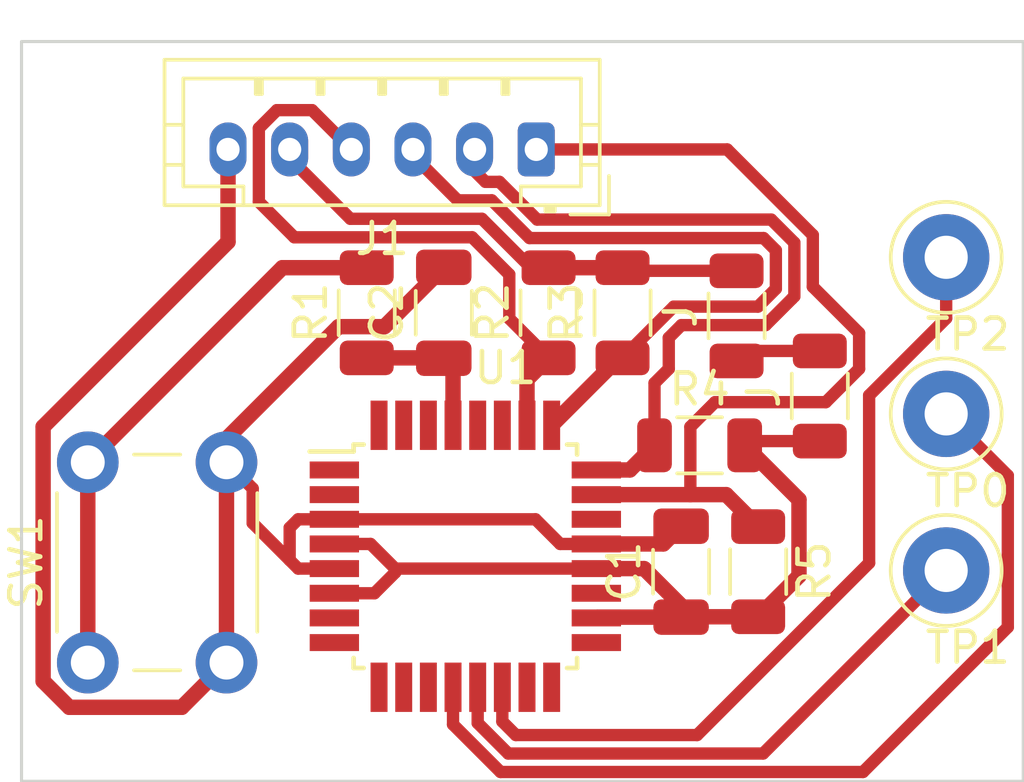
<source format=kicad_pcb>
(kicad_pcb (version 20211014) (generator pcbnew)
  (layers (0 "F.Cu" signal) (31 "B.Cu" signal) (34 "B.Paste" user) (35 "F.Paste" user) (36 "B.SilkS" user "B.Silkscreen") (37 "F.SilkS" user "F.Silkscreen") (38 "B.Mask" user) (39 "F.Mask" user) (44 "Edge.Cuts" user))
  (net 0 "")
  (net 15 "VCC")
  (net 16 "GND")
  (net 17 "Net-(U1-Pad29)")
  (net 18 "Button4")
  (net 19 "Net-(R1-Pad2)")
  (net 20 "Button3")
  (net 21 "Button2")
  (net 22 "Button1")
  (net 23 "PB0")
  (net 24 "PB1")
  (net 25 "PB2")
  (net 26 "MOSI")
  (net 27 "MISO")
  (net 28 "SCK")
  (footprint "Resistor_SMD:R_1206_3216Metric" (layer "F.Cu") (at 140.9 75.5 90)
    (fp_text reference "J" (at 0 -1.82 90) (layer "F.SilkS"))
    (fp_text value "0")
    (fp_line (start -0.727064 0.91) (end 0.727064 0.91) (layer "F.SilkS") (width 0.12))
    (fp_line (start -0.727064 -0.91) (end 0.727064 -0.91) (layer "F.SilkS") (width 0.12))
    (pad "1" smd roundrect (at 1.4625 0 90) (size 1.125 1.75) (layers "F.Cu" "F.Paste" "F.Mask") (roundrect_rratio 0.2222222222) (net 15 "VCC"))
    (pad "1" smd roundrect (at -1.4625 0 90) (size 1.125 1.75) (layers "F.Cu" "F.Paste" "F.Mask") (roundrect_rratio 0.2222222222) (net 15 "VCC"))
  )
  (footprint "Resistor_SMD:R_1206_3216Metric" (layer "F.Cu") (at 138.9 81.2 -90)
    (fp_text reference "R5" (at 0 -1.82 90) (layer "F.SilkS"))
    (fp_text value "3.3k")
    (fp_line (start -0.727064 0.91) (end 0.727064 0.91) (layer "F.SilkS") (width 0.12))
    (fp_line (start -0.727064 -0.91) (end 0.727064 -0.91) (layer "F.SilkS") (width 0.12))
    (pad "1" smd roundrect (at -1.4625 0 270) (size 1.125 1.75) (layers "F.Cu" "F.Paste" "F.Mask") (roundrect_rratio 0.2222222222) (net 22 "Button1"))
    (pad "2" smd roundrect (at 1.4625 0 270) (size 1.125 1.75) (layers "F.Cu" "F.Paste" "F.Mask") (roundrect_rratio 0.2222222222) (net 15 "VCC"))
  )
  (footprint "Capacitor_SMD:C_1206_3216Metric" (layer "F.Cu") (at 128.7 72.8 90)
    (fp_text reference "C2" (at 0 -1.85 90) (layer "F.SilkS"))
    (fp_text value "100nF")
    (fp_line (start -0.711252 0.91) (end 0.711252 0.91) (layer "F.SilkS") (width 0.12))
    (fp_line (start -0.711252 -0.91) (end 0.711252 -0.91) (layer "F.SilkS") (width 0.12))
    (pad "1" smd roundrect (at -1.475 0 90) (size 1.15 1.8) (layers "F.Cu" "F.Paste" "F.Mask") (roundrect_rratio 0.2173913043) (net 17 "Net-(U1-Pad29)"))
    (pad "2" smd roundrect (at 1.475 0 90) (size 1.15 1.8) (layers "F.Cu" "F.Paste" "F.Mask") (roundrect_rratio 0.2173913043) (net 16 "GND"))
  )
  (footprint "Capacitor_SMD:C_1206_3216Metric" (layer "F.Cu") (at 136.4 81.2 90)
    (fp_text reference "C1" (at 0 -1.85 90) (layer "F.SilkS"))
    (fp_text value "100nF")
    (fp_line (start -0.711252 -0.91) (end 0.711252 -0.91) (layer "F.SilkS") (width 0.12))
    (fp_line (start -0.711252 0.91) (end 0.711252 0.91) (layer "F.SilkS") (width 0.12))
    (pad "1" smd roundrect (at -1.475 0 90) (size 1.15 1.8) (layers "F.Cu" "F.Paste" "F.Mask") (roundrect_rratio 0.2173913043) (net 15 "VCC"))
    (pad "2" smd roundrect (at 1.475 0 90) (size 1.15 1.8) (layers "F.Cu" "F.Paste" "F.Mask") (roundrect_rratio 0.2173913043) (net 16 "GND"))
  )
  (footprint "Resistor_SMD:R_1206_3216Metric" (layer "F.Cu") (at 138.2 72.9 90)
    (fp_text reference "J" (at 0 -1.82 90) (layer "F.SilkS"))
    (fp_text value "0")
    (fp_line (start -0.727064 0.91) (end 0.727064 0.91) (layer "F.SilkS") (width 0.12))
    (fp_line (start -0.727064 -0.91) (end 0.727064 -0.91) (layer "F.SilkS") (width 0.12))
    (pad "1" smd roundrect (at -1.4625 0 90) (size 1.125 1.75) (layers "F.Cu" "F.Paste" "F.Mask") (roundrect_rratio 0.2222222222) (net 15 "VCC"))
    (pad "1" smd roundrect (at 1.4625 0 90) (size 1.125 1.75) (layers "F.Cu" "F.Paste" "F.Mask") (roundrect_rratio 0.2222222222) (net 15 "VCC"))
  )
  (footprint "TestPoint:TestPoint_Loop_D3.50mm_Drill1.4mm_Beaded" (layer "F.Cu") (at 145 76.08)
    (fp_text reference "TP0" (at 0.7 2.5) (layer "F.SilkS"))
    (fp_text value "PB0")
    (fp_circle (center 0 0) (end 1.8 0) (layer "F.SilkS") (width 0.12) (fill none))
    (pad "1" thru_hole circle (at 0 0) (size 2.8 2.8) (drill 1.4) (layers *.Cu *.Mask) (net 23 "PB0"))
  )
  (footprint "Button_Switch_THT:SW_PUSH_6mm_H4.3mm" (layer "F.Cu") (at 117.15 84.15 90)
    (fp_text reference "SW1" (at 3.25 -2 90) (layer "F.SilkS"))
    (fp_text value "Tactile")
    (fp_line (start 5.5 -1) (end 1 -1) (layer "F.SilkS") (width 0.12))
    (fp_line (start -0.25 1.5) (end -0.25 3) (layer "F.SilkS") (width 0.12))
    (fp_line (start 6.75 3) (end 6.75 1.5) (layer "F.SilkS") (width 0.12))
    (fp_line (start 1 5.5) (end 5.5 5.5) (layer "F.SilkS") (width 0.12))
    (pad "1" thru_hole circle (at 0 0 180) (size 2 2) (drill 1.1) (layers *.Cu *.Mask) (net 19 "Net-(R1-Pad2)"))
    (pad "1" thru_hole circle (at 6.5 0 180) (size 2 2) (drill 1.1) (layers *.Cu *.Mask) (net 19 "Net-(R1-Pad2)"))
    (pad "2" thru_hole circle (at 0 4.5 180) (size 2 2) (drill 1.1) (layers *.Cu *.Mask) (net 16 "GND"))
    (pad "2" thru_hole circle (at 6.5 4.5 180) (size 2 2) (drill 1.1) (layers *.Cu *.Mask) (net 16 "GND"))
  )
  (footprint "Resistor_SMD:R_1206_3216Metric" (layer "F.Cu") (at 132.1 72.8 90)
    (fp_text reference "R2" (at 0 -1.82 90) (layer "F.SilkS"))
    (fp_text value "3.3k")
    (fp_line (start -0.727064 0.91) (end 0.727064 0.91) (layer "F.SilkS") (width 0.12))
    (fp_line (start -0.727064 -0.91) (end 0.727064 -0.91) (layer "F.SilkS") (width 0.12))
    (pad "1" smd roundrect (at -1.4625 0 90) (size 1.125 1.75) (layers "F.Cu" "F.Paste" "F.Mask") (roundrect_rratio 0.2222222222) (net 18 "Button4"))
    (pad "2" smd roundrect (at 1.4625 0 90) (size 1.125 1.75) (layers "F.Cu" "F.Paste" "F.Mask") (roundrect_rratio 0.2222222222) (net 15 "VCC"))
  )
  (footprint "Connector_JST:JST_PH_B6B-PH-K_1x06_P2.00mm_Vertical" (layer "F.Cu") (at 131.7 67.5 180)
    (fp_text reference "J1" (at 5 -2.9) (layer "F.SilkS"))
    (fp_text value "Front Panel")
    (fp_line (start 5 2.3) (end 5 1.8) (layer "F.SilkS") (width 0.12))
    (fp_line (start 7 2.3) (end 7 1.8) (layer "F.SilkS") (width 0.12))
    (fp_line (start 1 2.3) (end 1 1.8) (layer "F.SilkS") (width 0.12))
    (fp_line (start 0.5 -1.2) (end -1.45 -1.2) (layer "F.SilkS") (width 0.12))
    (fp_line (start 4.9 1.8) (end 5.1 1.8) (layer "F.SilkS") (width 0.12))
    (fp_line (start -2.06 -0.5) (end -1.45 -0.5) (layer "F.SilkS") (width 0.12))
    (fp_line (start 0.9 2.3) (end 0.9 1.8) (layer "F.SilkS") (width 0.12))
    (fp_line (start -1.11 -2.11) (end -2.36 -2.11) (layer "F.SilkS") (width 0.12))
    (fp_line (start 12.06 0.8) (end 11.45 0.8) (layer "F.SilkS") (width 0.12))
    (fp_line (start 2.9 2.3) (end 2.9 1.8) (layer "F.SilkS") (width 0.12))
    (fp_line (start 0.5 -1.81) (end 0.5 -1.2) (layer "F.SilkS") (width 0.12))
    (fp_line (start 4.9 2.3) (end 4.9 1.8) (layer "F.SilkS") (width 0.12))
    (fp_line (start -2.06 -1.81) (end -2.06 2.91) (layer "F.SilkS") (width 0.12))
    (fp_line (start 5.1 1.8) (end 5.1 2.3) (layer "F.SilkS") (width 0.12))
    (fp_line (start 7.1 1.8) (end 7.1 2.3) (layer "F.SilkS") (width 0.12))
    (fp_line (start 11.45 -1.2) (end 9.5 -1.2) (layer "F.SilkS") (width 0.12))
    (fp_line (start 9 2.3) (end 9 1.8) (layer "F.SilkS") (width 0.12))
    (fp_line (start 1.1 1.8) (end 1.1 2.3) (layer "F.SilkS") (width 0.12))
    (fp_line (start -2.06 0.8) (end -1.45 0.8) (layer "F.SilkS") (width 0.12))
    (fp_line (start 12.06 2.91) (end 12.06 -1.81) (layer "F.SilkS") (width 0.12))
    (fp_line (start 12.06 -0.5) (end 11.45 -0.5) (layer "F.SilkS") (width 0.12))
    (fp_line (start -0.3 -1.81) (end -0.3 -2.01) (layer "F.SilkS") (width 0.12))
    (fp_line (start 9.1 1.8) (end 9.1 2.3) (layer "F.SilkS") (width 0.12))
    (fp_line (start 0.9 1.8) (end 1.1 1.8) (layer "F.SilkS") (width 0.12))
    (fp_line (start -0.3 -2.01) (end -0.6 -2.01) (layer "F.SilkS") (width 0.12))
    (fp_line (start 3.1 1.8) (end 3.1 2.3) (layer "F.SilkS") (width 0.12))
    (fp_line (start -1.45 2.3) (end 11.45 2.3) (layer "F.SilkS") (width 0.12))
    (fp_line (start 3 2.3) (end 3 1.8) (layer "F.SilkS") (width 0.12))
    (fp_line (start 12.06 -1.81) (end -2.06 -1.81) (layer "F.SilkS") (width 0.12))
    (fp_line (start 6.9 2.3) (end 6.9 1.8) (layer "F.SilkS") (width 0.12))
    (fp_line (start 11.45 2.3) (end 11.45 -1.2) (layer "F.SilkS") (width 0.12))
    (fp_line (start 9.5 -1.2) (end 9.5 -1.81) (layer "F.SilkS") (width 0.12))
    (fp_line (start 2.9 1.8) (end 3.1 1.8) (layer "F.SilkS") (width 0.12))
    (fp_line (start -2.36 -2.11) (end -2.36 -0.86) (layer "F.SilkS") (width 0.12))
    (fp_line (start -0.3 -1.91) (end -0.6 -1.91) (layer "F.SilkS") (width 0.12))
    (fp_line (start -2.06 2.91) (end 12.06 2.91) (layer "F.SilkS") (width 0.12))
    (fp_line (start 8.9 2.3) (end 8.9 1.8) (layer "F.SilkS") (width 0.12))
    (fp_line (start 8.9 1.8) (end 9.1 1.8) (layer "F.SilkS") (width 0.12))
    (fp_line (start -1.45 -1.2) (end -1.45 2.3) (layer "F.SilkS") (width 0.12))
    (fp_line (start 6.9 1.8) (end 7.1 1.8) (layer "F.SilkS") (width 0.12))
    (fp_line (start -0.6 -2.01) (end -0.6 -1.81) (layer "F.SilkS") (width 0.12))
    (pad "1" thru_hole roundrect (at 0 0 180) (size 1.2 1.75) (drill 0.75) (layers *.Cu *.Mask) (roundrect_rratio 0.2083333333) (net 22 "Button1"))
    (pad "2" thru_hole oval (at 2 0 180) (size 1.2 1.75) (drill 0.75) (layers *.Cu *.Mask) (net 21 "Button2"))
    (pad "3" thru_hole oval (at 4 0 180) (size 1.2 1.75) (drill 0.75) (layers *.Cu *.Mask) (net 20 "Button3"))
    (pad "4" thru_hole oval (at 6 0 180) (size 1.2 1.75) (drill 0.75) (layers *.Cu *.Mask) (net 18 "Button4"))
    (pad "5" thru_hole oval (at 8 0 180) (size 1.2 1.75) (drill 0.75) (layers *.Cu *.Mask) (net 15 "VCC"))
    (pad "6" thru_hole oval (at 10 0 180) (size 1.2 1.75) (drill 0.75) (layers *.Cu *.Mask) (net 16 "GND"))
  )
  (footprint "TestPoint:TestPoint_Loop_D3.50mm_Drill1.4mm_Beaded" (layer "F.Cu") (at 145 81.16)
    (fp_text reference "TP1" (at 0.7 2.5) (layer "F.SilkS"))
    (fp_text value "PB1")
    (fp_circle (center 0 0) (end 1.8 0) (layer "F.SilkS") (width 0.12) (fill none))
    (pad "1" thru_hole circle (at 0 0) (size 2.8 2.8) (drill 1.4) (layers *.Cu *.Mask) (net 24 "PB1"))
  )
  (footprint "TestPoint:TestPoint_Loop_D3.50mm_Drill1.4mm_Beaded" (layer "F.Cu") (at 145 71)
    (fp_text reference "TP2" (at 0.7 2.5) (layer "F.SilkS"))
    (fp_text value "PB2")
    (fp_circle (center 0 0) (end 1.8 0) (layer "F.SilkS") (width 0.12) (fill none))
    (pad "1" thru_hole circle (at 0 0) (size 2.8 2.8) (drill 1.4) (layers *.Cu *.Mask) (net 25 "PB2"))
  )
  (footprint "Resistor_SMD:R_1206_3216Metric" (layer "F.Cu") (at 126.2 72.8 90)
    (fp_text reference "R1" (at 0 -1.82 90) (layer "F.SilkS"))
    (fp_text value "3.3k")
    (fp_line (start -0.727064 0.91) (end 0.727064 0.91) (layer "F.SilkS") (width 0.12))
    (fp_line (start -0.727064 -0.91) (end 0.727064 -0.91) (layer "F.SilkS") (width 0.12))
    (pad "1" smd roundrect (at -1.4625 0 90) (size 1.125 1.75) (layers "F.Cu" "F.Paste" "F.Mask") (roundrect_rratio 0.2222222222) (net 17 "Net-(U1-Pad29)"))
    (pad "2" smd roundrect (at 1.4625 0 90) (size 1.125 1.75) (layers "F.Cu" "F.Paste" "F.Mask") (roundrect_rratio 0.2222222222) (net 19 "Net-(R1-Pad2)"))
  )
  (footprint "Package_QFP:TQFP-32_7x7mm_P0.8mm" (layer "F.Cu") (at 129.4 80.7)
    (fp_text reference "U1" (at 1.3 -6.1125) (layer "F.SilkS"))
    (fp_text value "ATmega328-A")
    (fp_line (start -3.625 -3.625) (end -3.3 -3.625) (layer "F.SilkS") (width 0.15))
    (fp_line (start 3.625 3.625) (end 3.3 3.625) (layer "F.SilkS") (width 0.15))
    (fp_line (start 3.625 3.625) (end 3.625 3.3) (layer "F.SilkS") (width 0.15))
    (fp_line (start 3.625 -3.625) (end 3.625 -3.3) (layer "F.SilkS") (width 0.15))
    (fp_line (start -3.625 -3.4) (end -5.05 -3.4) (layer "F.SilkS") (width 0.15))
    (fp_line (start -3.625 -3.625) (end -3.625 -3.4) (layer "F.SilkS") (width 0.15))
    (fp_line (start -3.625 3.625) (end -3.625 3.3) (layer "F.SilkS") (width 0.15))
    (fp_line (start -3.625 3.625) (end -3.3 3.625) (layer "F.SilkS") (width 0.15))
    (fp_line (start 3.625 -3.625) (end 3.3 -3.625) (layer "F.SilkS") (width 0.15))
    (pad "1" smd rect (at -4.25 -2.8) (size 1.6 0.55) (layers "F.Cu" "F.Paste" "F.Mask"))
    (pad "2" smd rect (at -4.25 -2) (size 1.6 0.55) (layers "F.Cu" "F.Paste" "F.Mask"))
    (pad "3" smd rect (at -4.25 -1.2) (size 1.6 0.55) (layers "F.Cu" "F.Paste" "F.Mask") (net 16 "GND"))
    (pad "4" smd rect (at -4.25 -0.4) (size 1.6 0.55) (layers "F.Cu" "F.Paste" "F.Mask") (net 15 "VCC"))
    (pad "5" smd rect (at -4.25 0.4) (size 1.6 0.55) (layers "F.Cu" "F.Paste" "F.Mask") (net 16 "GND"))
    (pad "6" smd rect (at -4.25 1.2) (size 1.6 0.55) (layers "F.Cu" "F.Paste" "F.Mask") (net 15 "VCC"))
    (pad "7" smd rect (at -4.25 2) (size 1.6 0.55) (layers "F.Cu" "F.Paste" "F.Mask"))
    (pad "8" smd rect (at -4.25 2.8) (size 1.6 0.55) (layers "F.Cu" "F.Paste" "F.Mask"))
    (pad "9" smd rect (at -2.8 4.25 90) (size 1.6 0.55) (layers "F.Cu" "F.Paste" "F.Mask"))
    (pad "10" smd rect (at -2 4.25 90) (size 1.6 0.55) (layers "F.Cu" "F.Paste" "F.Mask"))
    (pad "11" smd rect (at -1.2 4.25 90) (size 1.6 0.55) (layers "F.Cu" "F.Paste" "F.Mask"))
    (pad "12" smd rect (at -0.4 4.25 90) (size 1.6 0.55) (layers "F.Cu" "F.Paste" "F.Mask") (net 23 "PB0"))
    (pad "13" smd rect (at 0.4 4.25 90) (size 1.6 0.55) (layers "F.Cu" "F.Paste" "F.Mask") (net 24 "PB1"))
    (pad "14" smd rect (at 1.2 4.25 90) (size 1.6 0.55) (layers "F.Cu" "F.Paste" "F.Mask") (net 25 "PB2"))
    (pad "15" smd rect (at 2 4.25 90) (size 1.6 0.55) (layers "F.Cu" "F.Paste" "F.Mask") (net 26 "MOSI"))
    (pad "16" smd rect (at 2.8 4.25 90) (size 1.6 0.55) (layers "F.Cu" "F.Paste" "F.Mask") (net 27 "MISO"))
    (pad "17" smd rect (at 4.25 2.8) (size 1.6 0.55) (layers "F.Cu" "F.Paste" "F.Mask") (net 28 "SCK"))
    (pad "18" smd rect (at 4.25 2) (size 1.6 0.55) (layers "F.Cu" "F.Paste" "F.Mask") (net 15 "VCC"))
    (pad "19" smd rect (at 4.25 1.2) (size 1.6 0.55) (layers "F.Cu" "F.Paste" "F.Mask"))
    (pad "20" smd rect (at 4.25 0.4) (size 1.6 0.55) (layers "F.Cu" "F.Paste" "F.Mask") (net 15 "VCC"))
    (pad "21" smd rect (at 4.25 -0.4) (size 1.6 0.55) (layers "F.Cu" "F.Paste" "F.Mask") (net 16 "GND"))
    (pad "22" smd rect (at 4.25 -1.2) (size 1.6 0.55) (layers "F.Cu" "F.Paste" "F.Mask"))
    (pad "23" smd rect (at 4.25 -2) (size 1.6 0.55) (layers "F.Cu" "F.Paste" "F.Mask") (net 22 "Button1"))
    (pad "24" smd rect (at 4.25 -2.8) (size 1.6 0.55) (layers "F.Cu" "F.Paste" "F.Mask") (net 21 "Button2"))
    (pad "25" smd rect (at 2.8 -4.25 90) (size 1.6 0.55) (layers "F.Cu" "F.Paste" "F.Mask") (net 20 "Button3"))
    (pad "26" smd rect (at 2 -4.25 90) (size 1.6 0.55) (layers "F.Cu" "F.Paste" "F.Mask") (net 18 "Button4"))
    (pad "27" smd rect (at 1.2 -4.25 90) (size 1.6 0.55) (layers "F.Cu" "F.Paste" "F.Mask"))
    (pad "28" smd rect (at 0.4 -4.25 90) (size 1.6 0.55) (layers "F.Cu" "F.Paste" "F.Mask"))
    (pad "29" smd rect (at -0.4 -4.25 90) (size 1.6 0.55) (layers "F.Cu" "F.Paste" "F.Mask") (net 17 "Net-(U1-Pad29)"))
    (pad "30" smd rect (at -1.2 -4.25 90) (size 1.6 0.55) (layers "F.Cu" "F.Paste" "F.Mask"))
    (pad "31" smd rect (at -2 -4.25 90) (size 1.6 0.55) (layers "F.Cu" "F.Paste" "F.Mask"))
    (pad "32" smd rect (at -2.8 -4.25 90) (size 1.6 0.55) (layers "F.Cu" "F.Paste" "F.Mask"))
  )
  (footprint "Resistor_SMD:R_1206_3216Metric" (layer "F.Cu") (at 137 77.1)
    (fp_text reference "R4" (at 0 -1.82) (layer "F.SilkS"))
    (fp_text value "3.3k")
    (fp_line (start -0.727064 0.91) (end 0.727064 0.91) (layer "F.SilkS") (width 0.12))
    (fp_line (start -0.727064 -0.91) (end 0.727064 -0.91) (layer "F.SilkS") (width 0.12))
    (pad "1" smd roundrect (at -1.4625 0) (size 1.125 1.75) (layers "F.Cu" "F.Paste" "F.Mask") (roundrect_rratio 0.2222222222) (net 21 "Button2"))
    (pad "2" smd roundrect (at 1.4625 0) (size 1.125 1.75) (layers "F.Cu" "F.Paste" "F.Mask") (roundrect_rratio 0.2222222222) (net 15 "VCC"))
  )
  (footprint "Resistor_SMD:R_1206_3216Metric" (layer "F.Cu") (at 134.5 72.8 90)
    (fp_text reference "R3" (at 0 -1.82 90) (layer "F.SilkS"))
    (fp_text value "3.3k")
    (fp_line (start -0.727064 -0.91) (end 0.727064 -0.91) (layer "F.SilkS") (width 0.12))
    (fp_line (start -0.727064 0.91) (end 0.727064 0.91) (layer "F.SilkS") (width 0.12))
    (pad "1" smd roundrect (at -1.4625 0 90) (size 1.125 1.75) (layers "F.Cu" "F.Paste" "F.Mask") (roundrect_rratio 0.2222222222) (net 20 "Button3"))
    (pad "2" smd roundrect (at 1.4625 0 90) (size 1.125 1.75) (layers "F.Cu" "F.Paste" "F.Mask") (roundrect_rratio 0.2222222222) (net 15 "VCC"))
  )
  (gr_rect (start 115 64) (end 147.5 88) (layer "Edge.Cuts") (width 0.1) (fill none))
  (segment (start 134.6 71.4375) (end 134.5 71.3375) (width 0.4) (layer "F.Cu") (net 15))
  (segment (start 140.22452 81.33798) (end 138.9 82.6625) (width 0.5) (layer "F.Cu") (net 15))
  (segment (start 140.22452 78.86202) (end 140.22452 81.33798) (width 0.5) (layer "F.Cu") (net 15))
  (segment (start 123.7 67.78144) (end 125.66952 69.75096) (width 0.4) (layer "F.Cu") (net 15))
  (segment (start 126.324022 80.3) (end 125.15 80.3) (width 0.4) (layer "F.Cu") (net 15))
  (segment (start 131.524606 71.3375) (end 132.1 71.3375) (width 0.4) (layer "F.Cu") (net 15))
  (segment (start 138.2 76.8375) (end 138.4625 77.1) (width 0.4) (layer "F.Cu") (net 15))
  (segment (start 123.7 67.5) (end 123.7 67.78144) (width 0.4) (layer "F.Cu") (net 15))
  (segment (start 140.9 74.0375) (end 138.525 74.0375) (width 0.4) (layer "F.Cu") (net 15))
  (segment (start 133.675 82.675) (end 133.65 82.7) (width 0.5) (layer "F.Cu") (net 15))
  (segment (start 138.525 74.0375) (end 138.2 74.3625) (width 0.4) (layer "F.Cu") (net 15))
  (segment (start 138.9 82.6625) (end 136.4125 82.6625) (width 0.5) (layer "F.Cu") (net 15))
  (segment (start 125.66952 69.75096) (end 129.938066 69.75096) (width 0.4) (layer "F.Cu") (net 15))
  (segment (start 129.938066 69.75096) (end 131.524606 71.3375) (width 0.4) (layer "F.Cu") (net 15))
  (segment (start 140.9 76.9625) (end 138.6 76.9625) (width 0.4) (layer "F.Cu") (net 15))
  (segment (start 125.15 81.9) (end 126.45 81.9) (width 0.4) (layer "F.Cu") (net 15))
  (segment (start 126.45 81.9) (end 127.124022 81.225978) (width 0.4) (layer "F.Cu") (net 15))
  (segment (start 127.124022 81.1) (end 126.324022 80.3) (width 0.4) (layer "F.Cu") (net 15))
  (segment (start 138.6 76.9625) (end 138.4625 77.1) (width 0.4) (layer "F.Cu") (net 15))
  (segment (start 136.4125 82.6625) (end 136.4 82.675) (width 0.5) (layer "F.Cu") (net 15))
  (segment (start 138.2 71.4375) (end 134.6 71.4375) (width 0.4) (layer "F.Cu") (net 15))
  (segment (start 138.4625 77.1) (end 140.22452 78.86202) (width 0.5) (layer "F.Cu") (net 15))
  (segment (start 136.4 82.3) (end 135.2 81.1) (width 0.5) (layer "F.Cu") (net 15))
  (segment (start 136.4 82.675) (end 136.4 82.3) (width 0.5) (layer "F.Cu") (net 15))
  (segment (start 132.1 71.3375) (end 134.5 71.3375) (width 0.5) (layer "F.Cu") (net 15))
  (segment (start 133.65 81.1) (end 127.124022 81.1) (width 0.4) (layer "F.Cu") (net 15))
  (segment (start 127.124022 81.225978) (end 127.124022 81.1) (width 0.4) (layer "F.Cu") (net 15))
  (segment (start 135.2 81.1) (end 133.65 81.1) (width 0.5) (layer "F.Cu") (net 15))
  (segment (start 136.4 82.675) (end 133.675 82.675) (width 0.5) (layer "F.Cu") (net 15))
  (segment (start 123.975978 79.5) (end 123.7 79.775978) (width 0.4) (layer "F.Cu") (net 16))
  (segment (start 123.7 80.824022) (end 123.975978 81.1) (width 0.4) (layer "F.Cu") (net 16))
  (segment (start 122.5 78.5) (end 122.5 79.624022) (width 0.4) (layer "F.Cu") (net 16))
  (segment (start 115.700489 84.750408) (end 116.549592 85.599511) (width 0.5) (layer "F.Cu") (net 16))
  (segment (start 125.28525 73.25048) (end 121.65 76.88573) (width 0.5) (layer "F.Cu") (net 16))
  (segment (start 121.65 76.88573) (end 121.65 77.65) (width 0.5) (layer "F.Cu") (net 16))
  (segment (start 128.7 71.325) (end 126.77452 73.25048) (width 0.5) (layer "F.Cu") (net 16))
  (segment (start 123.975978 81.1) (end 125.15 81.1) (width 0.4) (layer "F.Cu") (net 16))
  (segment (start 121.65 77.65) (end 122.5 78.5) (width 0.4) (layer "F.Cu") (net 16))
  (segment (start 123.7 79.775978) (end 123.7 80.824022) (width 0.4) (layer "F.Cu") (net 16))
  (segment (start 136.4 79.725) (end 135.825 80.3) (width 0.5) (layer "F.Cu") (net 16))
  (segment (start 115.700489 76.499511) (end 115.700489 84.750408) (width 0.5) (layer "F.Cu") (net 16))
  (segment (start 126.77452 73.25048) (end 125.28525 73.25048) (width 0.5) (layer "F.Cu") (net 16))
  (segment (start 120.200489 85.599511) (end 121.65 84.15) (width 0.5) (layer "F.Cu") (net 16))
  (segment (start 132.475978 80.3) (end 133.65 80.3) (width 0.4) (layer "F.Cu") (net 16))
  (segment (start 125.15 79.5) (end 131.675978 79.5) (width 0.4) (layer "F.Cu") (net 16))
  (segment (start 121.65 84.15) (end 121.65 77.65) (width 0.5) (layer "F.Cu") (net 16))
  (segment (start 116.549592 85.599511) (end 120.200489 85.599511) (width 0.5) (layer "F.Cu") (net 16))
  (segment (start 121.7 70.5) (end 115.700489 76.499511) (width 0.5) (layer "F.Cu") (net 16))
  (segment (start 135.825 80.3) (end 133.65 80.3) (width 0.5) (layer "F.Cu") (net 16))
  (segment (start 122.5 79.624022) (end 123.7 80.824022) (width 0.4) (layer "F.Cu") (net 16))
  (segment (start 131.675978 79.5) (end 132.475978 80.3) (width 0.4) (layer "F.Cu") (net 16))
  (segment (start 121.7 67.5) (end 121.7 70.5) (width 0.5) (layer "F.Cu") (net 16))
  (segment (start 125.15 79.5) (end 123.975978 79.5) (width 0.4) (layer "F.Cu") (net 16))
  (segment (start 128.7 74.275) (end 129 74.575) (width 0.5) (layer "F.Cu") (net 17))
  (segment (start 126.2 74.2625) (end 128.6875 74.2625) (width 0.5) (layer "F.Cu") (net 17))
  (segment (start 129 74.575) (end 129 76.45) (width 0.5) (layer "F.Cu") (net 17))
  (segment (start 128.6875 74.2625) (end 128.7 74.275) (width 0.5) (layer "F.Cu") (net 17))
  (segment (start 131.4 76.45) (end 131.4 74.9625) (width 0.5) (layer "F.Cu") (net 18))
  (segment (start 122.70048 66.810986) (end 122.70048 69.20048) (width 0.4) (layer "F.Cu") (net 18))
  (segment (start 125.7 67.5) (end 124.42548 66.22548) (width 0.4) (layer "F.Cu") (net 18))
  (segment (start 123.85048 70.35048) (end 129.619039 70.35048) (width 0.4) (layer "F.Cu") (net 18))
  (segment (start 130.82548 71.556921) (end 130.82548 72.98798) (width 0.4) (layer "F.Cu") (net 18))
  (segment (start 129.619039 70.35048) (end 130.82548 71.556921) (width 0.4) (layer "F.Cu") (net 18))
  (segment (start 123.285986 66.22548) (end 122.70048 66.810986) (width 0.4) (layer "F.Cu") (net 18))
  (segment (start 131.4 74.9625) (end 132.1 74.2625) (width 0.5) (layer "F.Cu") (net 18))
  (segment (start 122.70048 69.20048) (end 123.85048 70.35048) (width 0.4) (layer "F.Cu") (net 18))
  (segment (start 124.42548 66.22548) (end 123.285986 66.22548) (width 0.4) (layer "F.Cu") (net 18))
  (segment (start 130.82548 72.98798) (end 132.1 74.2625) (width 0.4) (layer "F.Cu") (net 18))
  (segment (start 123.4625 71.3375) (end 126.2 71.3375) (width 0.5) (layer "F.Cu") (net 19))
  (segment (start 117.15 77.65) (end 123.4625 71.3375) (width 0.5) (layer "F.Cu") (net 19))
  (segment (start 117.15 84.15) (end 117.15 77.65) (width 0.5) (layer "F.Cu") (net 19))
  (segment (start 139.47452 70.77452) (end 139.47452 72.019039) (width 0.4) (layer "F.Cu") (net 20))
  (segment (start 127.7 67.7) (end 129.15144 69.15144) (width 0.4) (layer "F.Cu") (net 20))
  (segment (start 134.5 74.2625) (end 134.3875 74.2625) (width 0.5) (layer "F.Cu") (net 20))
  (segment (start 127.7 67.5) (end 127.7 67.7) (width 0.4) (layer "F.Cu") (net 20))
  (segment (start 130.257106 69.15144) (end 131.481146 70.37548) (width 0.4) (layer "F.Cu") (net 20))
  (segment (start 129.15144 69.15144) (end 130.257106 69.15144) (width 0.4) (layer "F.Cu") (net 20))
  (segment (start 138.893559 72.6) (end 136.1625 72.6) (width 0.4) (layer "F.Cu") (net 20))
  (segment (start 139.47452 72.019039) (end 138.893559 72.6) (width 0.4) (layer "F.Cu") (net 20))
  (segment (start 134.3875 74.2625) (end 132.2 76.45) (width 0.5) (layer "F.Cu") (net 20))
  (segment (start 136.1625 72.6) (end 134.5 74.2625) (width 0.4) (layer "F.Cu") (net 20))
  (segment (start 139.07548 70.37548) (end 139.47452 70.77452) (width 0.4) (layer "F.Cu") (net 20))
  (segment (start 131.481146 70.37548) (end 139.07548 70.37548) (width 0.4) (layer "F.Cu") (net 20))
  (segment (start 139.141408 73.2) (end 136.41035 73.2) (width 0.4) (layer "F.Cu") (net 21))
  (segment (start 131.729476 69.77596) (end 139.32381 69.77596) (width 0.4) (layer "F.Cu") (net 21))
  (segment (start 129.7 67.5) (end 129.7 68.2) (width 0.4) (layer "F.Cu") (net 21))
  (segment (start 136 74.618559) (end 135.5375 75.081059) (width 0.4) (layer "F.Cu") (net 21))
  (segment (start 129.7 68.2) (end 130.05192 68.55192) (width 0.4) (layer "F.Cu") (net 21))
  (segment (start 134.7375 77.9) (end 135.5375 77.1) (width 0.5) (layer "F.Cu") (net 21))
  (segment (start 139.32381 69.77596) (end 140.07404 70.526191) (width 0.4) (layer "F.Cu") (net 21))
  (segment (start 135.5375 75.081059) (end 135.5375 77.1) (width 0.4) (layer "F.Cu") (net 21))
  (segment (start 130.05192 68.55192) (end 130.505436 68.55192) (width 0.4) (layer "F.Cu") (net 21))
  (segment (start 130.505436 68.55192) (end 131.729476 69.77596) (width 0.4) (layer "F.Cu") (net 21))
  (segment (start 140.07404 70.526191) (end 140.07404 72.267369) (width 0.4) (layer "F.Cu") (net 21))
  (segment (start 139.993315 72.348093) (end 139.141408 73.2) (width 0.4) (layer "F.Cu") (net 21))
  (segment (start 133.65 77.9) (end 134.7375 77.9) (width 0.5) (layer "F.Cu") (net 21))
  (segment (start 136 73.61035) (end 136 74.618559) (width 0.4) (layer "F.Cu") (net 21))
  (segment (start 136.41035 73.2) (end 136 73.61035) (width 0.4) (layer "F.Cu") (net 21))
  (segment (start 140.07404 72.267369) (end 139.993315 72.348093) (width 0.4) (layer "F.Cu") (net 21))
  (segment (start 140.67356 71.955001) (end 142.17452 73.455961) (width 0.4) (layer "F.Cu") (net 22))
  (segment (start 140.67356 70.277862) (end 140.67356 71.955001) (width 0.4) (layer "F.Cu") (net 22))
  (segment (start 138.9 79.7375) (end 137.8625 78.7) (width 0.5) (layer "F.Cu") (net 22))
  (segment (start 142.17452 73.455961) (end 142.17452 74.619039) (width 0.4) (layer "F.Cu") (net 22))
  (segment (start 136.7 76.5) (end 136.7 78.7) (width 0.4) (layer "F.Cu") (net 22))
  (segment (start 137.5 75.7) (end 136.7 76.5) (width 0.4) (layer "F.Cu") (net 22))
  (segment (start 137.8625 78.7) (end 136.7 78.7) (width 0.5) (layer "F.Cu") (net 22))
  (segment (start 137.895698 67.5) (end 140.67356 70.277862) (width 0.4) (layer "F.Cu") (net 22))
  (segment (start 131.7 67.5) (end 137.895698 67.5) (width 0.4) (layer "F.Cu") (net 22))
  (segment (start 141.093559 75.7) (end 137.5 75.7) (width 0.4) (layer "F.Cu") (net 22))
  (segment (start 142.17452 74.619039) (end 141.093559 75.7) (width 0.4) (layer "F.Cu") (net 22))
  (segment (start 136.7 78.7) (end 133.65 78.7) (width 0.5) (layer "F.Cu") (net 22))
  (segment (start 129 86.157711) (end 129 84.95) (width 0.4) (layer "F.Cu") (net 23))
  (segment (start 147 78.08) (end 147 83) (width 0.4) (layer "F.Cu") (net 23))
  (segment (start 147 83) (end 142.30096 87.69904) (width 0.4) (layer "F.Cu") (net 23))
  (segment (start 130.541329 87.69904) (end 129 86.157711) (width 0.4) (layer "F.Cu") (net 23))
  (segment (start 145 76.08) (end 147 78.08) (width 0.4) (layer "F.Cu") (net 23))
  (segment (start 142.30096 87.69904) (end 130.541329 87.69904) (width 0.4) (layer "F.Cu") (net 23))
  (segment (start 130.789659 87.09952) (end 129.8 86.109861) (width 0.4) (layer "F.Cu") (net 24))
  (segment (start 129.8 86.109861) (end 129.8 84.95) (width 0.4) (layer "F.Cu") (net 24))
  (segment (start 145 81.16) (end 139.06048 87.09952) (width 0.4) (layer "F.Cu") (net 24))
  (segment (start 139.06048 87.09952) (end 130.789659 87.09952) (width 0.4) (layer "F.Cu") (net 24))
  (segment (start 145 72.979898) (end 142.5 75.479898) (width 0.4) (layer "F.Cu") (net 25))
  (segment (start 142.5 80.918559) (end 136.918559 86.5) (width 0.4) (layer "F.Cu") (net 25))
  (segment (start 145 71) (end 145 72.979898) (width 0.4) (layer "F.Cu") (net 25))
  (segment (start 130.6 86.062011) (end 130.6 84.95) (width 0.4) (layer "F.Cu") (net 25))
  (segment (start 142.5 75.479898) (end 142.5 80.918559) (width 0.4) (layer "F.Cu") (net 25))
  (segment (start 136.918559 86.5) (end 131.037989 86.5) (width 0.4) (layer "F.Cu") (net 25))
  (segment (start 131.037989 86.5) (end 130.6 86.062011) (width 0.4) (layer "F.Cu") (net 25))
)
</source>
